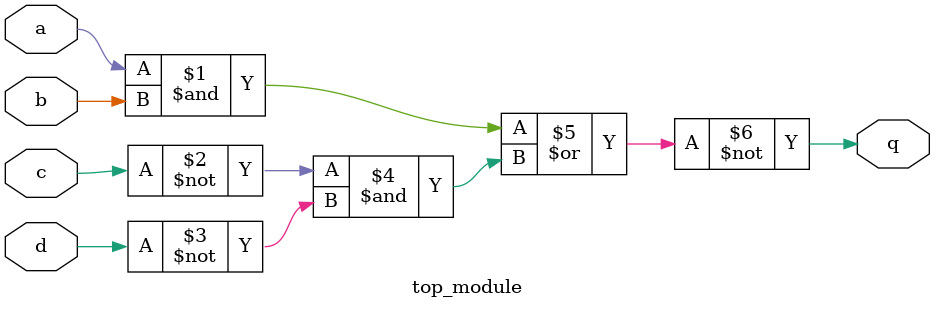
<source format=sv>
module top_module (
	input a, 
	input b, 
	input c, 
	input d,
	output q
);
	
	assign q = ~((a & b) | (~c & ~d));
	
endmodule

</source>
